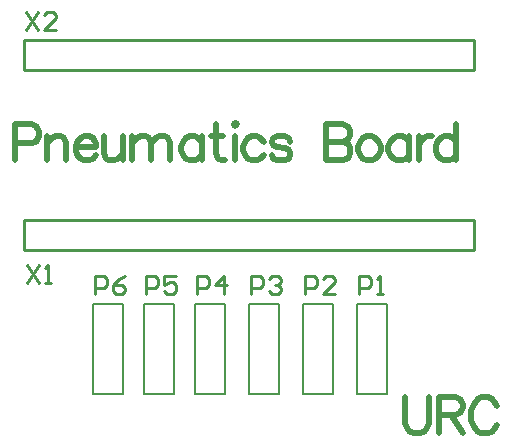
<source format=gto>
G04 Layer_Color=65535*
%FSLAX24Y24*%
%MOIN*%
G70*
G01*
G75*
%ADD10C,0.0100*%
%ADD14C,0.0079*%
%ADD15C,0.0200*%
D10*
X16900Y12600D02*
Y13600D01*
X1900D02*
X16900D01*
X1900Y12600D02*
Y13600D01*
Y12600D02*
X16900D01*
X1900Y6600D02*
Y7600D01*
Y6600D02*
X16900D01*
Y7600D01*
X1900D02*
X16900D01*
X1950Y14550D02*
X2350Y13950D01*
Y14550D02*
X1950Y13950D01*
X2950D02*
X2550D01*
X2950Y14350D01*
Y14450D01*
X2850Y14550D01*
X2650D01*
X2550Y14450D01*
X2000Y6100D02*
X2400Y5500D01*
Y6100D02*
X2000Y5500D01*
X2600D02*
X2800D01*
X2700D01*
Y6100D01*
X2600Y6000D01*
X4265Y5135D02*
Y5735D01*
X4565D01*
X4665Y5635D01*
Y5435D01*
X4565Y5335D01*
X4265D01*
X5265Y5735D02*
X5065Y5635D01*
X4865Y5435D01*
Y5235D01*
X4965Y5135D01*
X5165D01*
X5265Y5235D01*
Y5335D01*
X5165Y5435D01*
X4865D01*
X5965Y5135D02*
Y5735D01*
X6265D01*
X6365Y5635D01*
Y5435D01*
X6265Y5335D01*
X5965D01*
X6965Y5735D02*
X6565D01*
Y5435D01*
X6765Y5535D01*
X6865D01*
X6965Y5435D01*
Y5235D01*
X6865Y5135D01*
X6665D01*
X6565Y5235D01*
X7665Y5135D02*
Y5735D01*
X7965D01*
X8065Y5635D01*
Y5435D01*
X7965Y5335D01*
X7665D01*
X8565Y5135D02*
Y5735D01*
X8265Y5435D01*
X8665D01*
X11260Y5140D02*
Y5740D01*
X11560D01*
X11660Y5640D01*
Y5440D01*
X11560Y5340D01*
X11260D01*
X12260Y5140D02*
X11860D01*
X12260Y5540D01*
Y5640D01*
X12160Y5740D01*
X11960D01*
X11860Y5640D01*
X9465Y5135D02*
Y5735D01*
X9765D01*
X9865Y5635D01*
Y5435D01*
X9765Y5335D01*
X9465D01*
X10065Y5635D02*
X10165Y5735D01*
X10365D01*
X10465Y5635D01*
Y5535D01*
X10365Y5435D01*
X10265D01*
X10365D01*
X10465Y5335D01*
Y5235D01*
X10365Y5135D01*
X10165D01*
X10065Y5235D01*
X13060Y5140D02*
Y5740D01*
X13360D01*
X13460Y5640D01*
Y5440D01*
X13360Y5340D01*
X13060D01*
X13660Y5140D02*
X13860D01*
X13760D01*
Y5740D01*
X13660Y5640D01*
D14*
X8600Y1800D02*
Y4800D01*
X7600D02*
X8600D01*
X7600Y1800D02*
Y4800D01*
Y1800D02*
X8600D01*
X6900D02*
Y4800D01*
X5900D02*
X6900D01*
X5900Y1800D02*
Y4800D01*
Y1800D02*
X6900D01*
X5200D02*
Y4800D01*
X4200D02*
X5200D01*
X4200Y1800D02*
Y4800D01*
Y1800D02*
X5200D01*
X12200D02*
Y4800D01*
X11200D02*
X12200D01*
X11200Y1800D02*
Y4800D01*
Y1800D02*
X12200D01*
X10400D02*
Y4800D01*
X9400D02*
X10400D01*
X9400Y1800D02*
Y4800D01*
Y1800D02*
X10400D01*
X13000D02*
X14000D01*
X13000D02*
Y4800D01*
X14000D01*
Y1800D02*
Y4800D01*
D15*
X1600Y10171D02*
X2114D01*
X2286Y10228D01*
X2343Y10286D01*
X2400Y10400D01*
Y10571D01*
X2343Y10685D01*
X2286Y10743D01*
X2114Y10800D01*
X1600D01*
Y9600D01*
X2668Y10400D02*
Y9600D01*
Y10171D02*
X2840Y10343D01*
X2954Y10400D01*
X3125D01*
X3240Y10343D01*
X3297Y10171D01*
Y9600D01*
X3611Y10057D02*
X4297D01*
Y10171D01*
X4239Y10286D01*
X4182Y10343D01*
X4068Y10400D01*
X3897D01*
X3782Y10343D01*
X3668Y10228D01*
X3611Y10057D01*
Y9943D01*
X3668Y9771D01*
X3782Y9657D01*
X3897Y9600D01*
X4068D01*
X4182Y9657D01*
X4297Y9771D01*
X4554Y10400D02*
Y9829D01*
X4611Y9657D01*
X4725Y9600D01*
X4896D01*
X5011Y9657D01*
X5182Y9829D01*
Y10400D02*
Y9600D01*
X5496Y10400D02*
Y9600D01*
Y10171D02*
X5668Y10343D01*
X5782Y10400D01*
X5953D01*
X6068Y10343D01*
X6125Y10171D01*
Y9600D01*
Y10171D02*
X6296Y10343D01*
X6410Y10400D01*
X6582D01*
X6696Y10343D01*
X6753Y10171D01*
Y9600D01*
X7816Y10400D02*
Y9600D01*
Y10228D02*
X7702Y10343D01*
X7587Y10400D01*
X7416D01*
X7302Y10343D01*
X7187Y10228D01*
X7130Y10057D01*
Y9943D01*
X7187Y9771D01*
X7302Y9657D01*
X7416Y9600D01*
X7587D01*
X7702Y9657D01*
X7816Y9771D01*
X8307Y10800D02*
Y9829D01*
X8364Y9657D01*
X8479Y9600D01*
X8593D01*
X8136Y10400D02*
X8536D01*
X8878Y10800D02*
X8936Y10743D01*
X8993Y10800D01*
X8936Y10857D01*
X8878Y10800D01*
X8936Y10400D02*
Y9600D01*
X9890Y10228D02*
X9775Y10343D01*
X9661Y10400D01*
X9490D01*
X9375Y10343D01*
X9261Y10228D01*
X9204Y10057D01*
Y9943D01*
X9261Y9771D01*
X9375Y9657D01*
X9490Y9600D01*
X9661D01*
X9775Y9657D01*
X9890Y9771D01*
X10775Y10228D02*
X10718Y10343D01*
X10547Y10400D01*
X10375D01*
X10204Y10343D01*
X10147Y10228D01*
X10204Y10114D01*
X10318Y10057D01*
X10604Y10000D01*
X10718Y9943D01*
X10775Y9829D01*
Y9771D01*
X10718Y9657D01*
X10547Y9600D01*
X10375D01*
X10204Y9657D01*
X10147Y9771D01*
X11969Y10800D02*
Y9600D01*
Y10800D02*
X12483D01*
X12655Y10743D01*
X12712Y10685D01*
X12769Y10571D01*
Y10457D01*
X12712Y10343D01*
X12655Y10286D01*
X12483Y10228D01*
X11969D02*
X12483D01*
X12655Y10171D01*
X12712Y10114D01*
X12769Y10000D01*
Y9829D01*
X12712Y9714D01*
X12655Y9657D01*
X12483Y9600D01*
X11969D01*
X13323Y10400D02*
X13209Y10343D01*
X13095Y10228D01*
X13038Y10057D01*
Y9943D01*
X13095Y9771D01*
X13209Y9657D01*
X13323Y9600D01*
X13495D01*
X13609Y9657D01*
X13723Y9771D01*
X13780Y9943D01*
Y10057D01*
X13723Y10228D01*
X13609Y10343D01*
X13495Y10400D01*
X13323D01*
X14729D02*
Y9600D01*
Y10228D02*
X14614Y10343D01*
X14500Y10400D01*
X14329D01*
X14214Y10343D01*
X14100Y10228D01*
X14043Y10057D01*
Y9943D01*
X14100Y9771D01*
X14214Y9657D01*
X14329Y9600D01*
X14500D01*
X14614Y9657D01*
X14729Y9771D01*
X15049Y10400D02*
Y9600D01*
Y10057D02*
X15106Y10228D01*
X15220Y10343D01*
X15334Y10400D01*
X15506D01*
X16300Y10800D02*
Y9600D01*
Y10228D02*
X16185Y10343D01*
X16071Y10400D01*
X15900D01*
X15786Y10343D01*
X15671Y10228D01*
X15614Y10057D01*
Y9943D01*
X15671Y9771D01*
X15786Y9657D01*
X15900Y9600D01*
X16071D01*
X16185Y9657D01*
X16300Y9771D01*
X14600Y1700D02*
Y843D01*
X14657Y671D01*
X14771Y557D01*
X14943Y500D01*
X15057D01*
X15228Y557D01*
X15343Y671D01*
X15400Y843D01*
Y1700D01*
X15731D02*
Y500D01*
Y1700D02*
X16245D01*
X16417Y1643D01*
X16474Y1585D01*
X16531Y1471D01*
Y1357D01*
X16474Y1243D01*
X16417Y1186D01*
X16245Y1128D01*
X15731D01*
X16131D02*
X16531Y500D01*
X17656Y1414D02*
X17599Y1528D01*
X17485Y1643D01*
X17371Y1700D01*
X17142D01*
X17028Y1643D01*
X16914Y1528D01*
X16857Y1414D01*
X16800Y1243D01*
Y957D01*
X16857Y786D01*
X16914Y671D01*
X17028Y557D01*
X17142Y500D01*
X17371D01*
X17485Y557D01*
X17599Y671D01*
X17656Y786D01*
M02*

</source>
